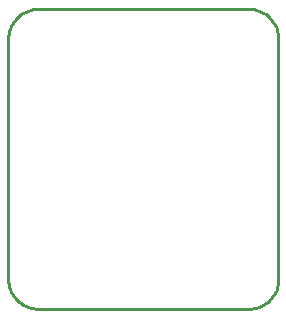
<source format=gbr>
G04 EAGLE Gerber RS-274X export*
G75*
%MOMM*%
%FSLAX34Y34*%
%LPD*%
%IN*%
%IPPOS*%
%AMOC8*
5,1,8,0,0,1.08239X$1,22.5*%
G01*
%ADD10C,0.254000*%


D10*
X-110490Y-15240D02*
X-110393Y-17454D01*
X-110104Y-19651D01*
X-109625Y-21814D01*
X-108958Y-23927D01*
X-108110Y-25975D01*
X-107087Y-27940D01*
X-105896Y-29809D01*
X-104548Y-31567D01*
X-103051Y-33201D01*
X-101417Y-34698D01*
X-99659Y-36046D01*
X-97790Y-37237D01*
X-95825Y-38260D01*
X-93777Y-39108D01*
X-91664Y-39775D01*
X-89501Y-40254D01*
X-87304Y-40543D01*
X-85090Y-40640D01*
X92710Y-40640D01*
X94924Y-40543D01*
X97121Y-40254D01*
X99284Y-39775D01*
X101397Y-39108D01*
X103445Y-38260D01*
X105410Y-37237D01*
X107279Y-36046D01*
X109037Y-34698D01*
X110671Y-33201D01*
X112168Y-31567D01*
X113516Y-29809D01*
X114707Y-27940D01*
X115730Y-25975D01*
X116578Y-23927D01*
X117245Y-21814D01*
X117724Y-19651D01*
X118013Y-17454D01*
X118110Y-15240D01*
X118110Y187960D01*
X118013Y190174D01*
X117724Y192371D01*
X117245Y194534D01*
X116578Y196647D01*
X115730Y198695D01*
X114707Y200660D01*
X113516Y202529D01*
X112168Y204287D01*
X110671Y205921D01*
X109037Y207418D01*
X107279Y208766D01*
X105410Y209957D01*
X103445Y210980D01*
X101397Y211828D01*
X99284Y212495D01*
X97121Y212974D01*
X94924Y213263D01*
X92710Y213360D01*
X-85090Y213360D01*
X-87304Y213263D01*
X-89501Y212974D01*
X-91664Y212495D01*
X-93777Y211828D01*
X-95825Y210980D01*
X-97790Y209957D01*
X-99659Y208766D01*
X-101417Y207418D01*
X-103051Y205921D01*
X-104548Y204287D01*
X-105896Y202529D01*
X-107087Y200660D01*
X-108110Y198695D01*
X-108958Y196647D01*
X-109625Y194534D01*
X-110104Y192371D01*
X-110393Y190174D01*
X-110490Y187960D01*
X-110490Y-15240D01*
M02*

</source>
